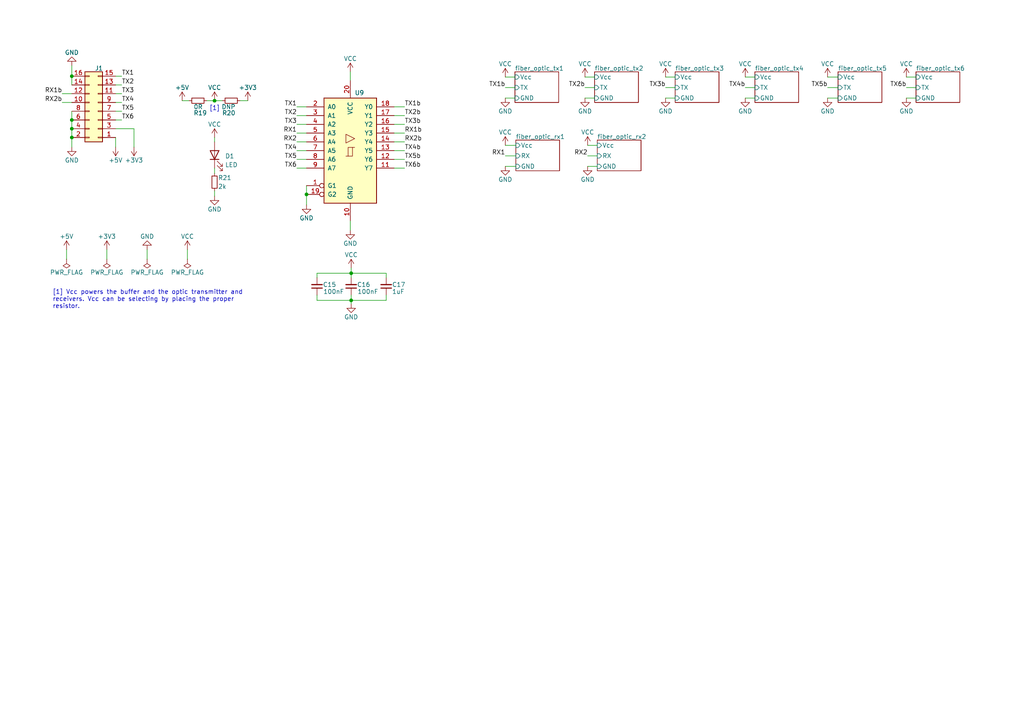
<source format=kicad_sch>
(kicad_sch (version 20211123) (generator eeschema)
  (paper "A4")
  (lib_symbols
    (symbol "74xx:74HCT541" (pin_names (offset 1.016))
      (property "Reference" "U" (at -7.62 16.51 0))
      (property "Value" "74HCT541" (at -7.62 -16.51 0))
      (symbol "74HCT541_1_0"
        (polyline (pts (xy -0.635 -1.6002) (xy -0.635 0.9398) (xy 0.635 0.9398)))
        (polyline (pts (xy -1.27 -1.6002) (xy 0.635 -1.6002) (xy 0.635 0.9398) (xy 1.27 0.9398)))
        (polyline (pts (xy 1.27 3.4798) (xy -1.27 4.7498) (xy -1.27 2.2098) (xy 1.27 3.4798)) (stroke (width 0.1524)))
        (pin input inverted (at -12.7 -10.16 0) (length 5.08) (name "G1") (number "1"))
        (pin power_in line (at 0 -20.32 90) (length 5.08) (name "GND") (number "10"))
        (pin tri_state line (at 12.7 -5.08 180) (length 5.08) (name "Y7") (number "11"))
        (pin tri_state line (at 12.7 -2.54 180) (length 5.08) (name "Y6") (number "12"))
        (pin tri_state line (at 12.7 0 180) (length 5.08) (name "Y5") (number "13"))
        (pin tri_state line (at 12.7 2.54 180) (length 5.08) (name "Y4") (number "14"))
        (pin tri_state line (at 12.7 5.08 180) (length 5.08) (name "Y3") (number "15"))
        (pin tri_state line (at 12.7 7.62 180) (length 5.08) (name "Y2") (number "16"))
        (pin tri_state line (at 12.7 10.16 180) (length 5.08) (name "Y1") (number "17"))
        (pin tri_state line (at 12.7 12.7 180) (length 5.08) (name "Y0") (number "18"))
        (pin input inverted (at -12.7 -12.7 0) (length 5.08) (name "G2") (number "19"))
        (pin input line (at -12.7 12.7 0) (length 5.08) (name "A0") (number "2"))
        (pin power_in line (at 0 20.32 270) (length 5.08) (name "VCC") (number "20"))
        (pin input line (at -12.7 10.16 0) (length 5.08) (name "A1") (number "3"))
        (pin input line (at -12.7 7.62 0) (length 5.08) (name "A2") (number "4"))
        (pin input line (at -12.7 5.08 0) (length 5.08) (name "A3") (number "5"))
        (pin input line (at -12.7 2.54 0) (length 5.08) (name "A4") (number "6"))
        (pin input line (at -12.7 0 0) (length 5.08) (name "A5") (number "7"))
        (pin input line (at -12.7 -2.54 0) (length 5.08) (name "A6") (number "8"))
        (pin input line (at -12.7 -5.08 0) (length 5.08) (name "A7") (number "9"))
      )
      (symbol "74HCT541_1_1"
        (rectangle (start -7.62 15.24) (end 7.62 -15.24) (stroke (width 0.254)) (fill (type background)))
      )
    )
    (symbol "Connector_Generic:Conn_02x08_Odd_Even" (pin_names (offset 1.016) hide)
      (property "Reference" "J" (at 1.27 10.16 0))
      (property "Value" "Conn_02x08_Odd_Even" (at 1.27 -12.7 0))
      (symbol "Conn_02x08_Odd_Even_1_1"
        (rectangle (start -1.27 -10.033) (end 0 -10.287) (stroke (width 0.1524)))
        (rectangle (start -1.27 -7.493) (end 0 -7.747) (stroke (width 0.1524)))
        (rectangle (start -1.27 -4.953) (end 0 -5.207) (stroke (width 0.1524)))
        (rectangle (start -1.27 -2.413) (end 0 -2.667) (stroke (width 0.1524)))
        (rectangle (start -1.27 0.127) (end 0 -0.127) (stroke (width 0.1524)))
        (rectangle (start -1.27 2.667) (end 0 2.413) (stroke (width 0.1524)))
        (rectangle (start -1.27 5.207) (end 0 4.953) (stroke (width 0.1524)))
        (rectangle (start -1.27 7.747) (end 0 7.493) (stroke (width 0.1524)))
        (rectangle (start -1.27 8.89) (end 3.81 -11.43) (stroke (width 0.254)) (fill (type background)))
        (rectangle (start 3.81 -10.033) (end 2.54 -10.287) (stroke (width 0.1524)))
        (rectangle (start 3.81 -7.493) (end 2.54 -7.747) (stroke (width 0.1524)))
        (rectangle (start 3.81 -4.953) (end 2.54 -5.207) (stroke (width 0.1524)))
        (rectangle (start 3.81 -2.413) (end 2.54 -2.667) (stroke (width 0.1524)))
        (rectangle (start 3.81 0.127) (end 2.54 -0.127) (stroke (width 0.1524)))
        (rectangle (start 3.81 2.667) (end 2.54 2.413) (stroke (width 0.1524)))
        (rectangle (start 3.81 5.207) (end 2.54 4.953) (stroke (width 0.1524)))
        (rectangle (start 3.81 7.747) (end 2.54 7.493) (stroke (width 0.1524)))
        (pin passive line (at -5.08 7.62 0) (length 3.81) (name "Pin_1") (number "1"))
        (pin passive line (at 7.62 -2.54 180) (length 3.81) (name "Pin_10") (number "10"))
        (pin passive line (at -5.08 -5.08 0) (length 3.81) (name "Pin_11") (number "11"))
        (pin passive line (at 7.62 -5.08 180) (length 3.81) (name "Pin_12") (number "12"))
        (pin passive line (at -5.08 -7.62 0) (length 3.81) (name "Pin_13") (number "13"))
        (pin passive line (at 7.62 -7.62 180) (length 3.81) (name "Pin_14") (number "14"))
        (pin passive line (at -5.08 -10.16 0) (length 3.81) (name "Pin_15") (number "15"))
        (pin passive line (at 7.62 -10.16 180) (length 3.81) (name "Pin_16") (number "16"))
        (pin passive line (at 7.62 7.62 180) (length 3.81) (name "Pin_2") (number "2"))
        (pin passive line (at -5.08 5.08 0) (length 3.81) (name "Pin_3") (number "3"))
        (pin passive line (at 7.62 5.08 180) (length 3.81) (name "Pin_4") (number "4"))
        (pin passive line (at -5.08 2.54 0) (length 3.81) (name "Pin_5") (number "5"))
        (pin passive line (at 7.62 2.54 180) (length 3.81) (name "Pin_6") (number "6"))
        (pin passive line (at -5.08 0 0) (length 3.81) (name "Pin_7") (number "7"))
        (pin passive line (at 7.62 0 180) (length 3.81) (name "Pin_8") (number "8"))
        (pin passive line (at -5.08 -2.54 0) (length 3.81) (name "Pin_9") (number "9"))
      )
    )
    (symbol "Device:C_Small" (pin_numbers hide) (pin_names (offset 0.254) hide)
      (property "Reference" "C" (at 0.254 1.778 0))
      (property "Value" "C_Small" (at 0.254 -2.032 0))
      (symbol "C_Small_0_1"
        (polyline (pts (xy -1.524 -0.508) (xy 1.524 -0.508)) (stroke (width 0.3302)))
        (polyline (pts (xy -1.524 0.508) (xy 1.524 0.508)) (stroke (width 0.3048)))
      )
      (symbol "C_Small_1_1"
        (pin passive line (at 0 2.54 270) (length 2.032) (name "~") (number "1"))
        (pin passive line (at 0 -2.54 90) (length 2.032) (name "~") (number "2"))
      )
    )
    (symbol "Device:LED" (pin_numbers hide) (pin_names (offset 1.016) hide)
      (property "Reference" "D" (at 0 2.54 0))
      (property "Value" "LED" (at 0 -2.54 0))
      (symbol "LED_0_1"
        (polyline (pts (xy -1.27 -1.27) (xy -1.27 1.27)) (stroke (width 0.254)))
        (polyline (pts (xy -1.27 0) (xy 1.27 0)))
        (polyline (pts (xy 1.27 -1.27) (xy 1.27 1.27) (xy -1.27 0) (xy 1.27 -1.27)) (stroke (width 0.254)))
        (polyline (pts (xy -3.048 -0.762) (xy -4.572 -2.286) (xy -3.81 -2.286) (xy -4.572 -2.286) (xy -4.572 -1.524)))
        (polyline (pts (xy -1.778 -0.762) (xy -3.302 -2.286) (xy -2.54 -2.286) (xy -3.302 -2.286) (xy -3.302 -1.524)))
      )
      (symbol "LED_1_1"
        (pin passive line (at -3.81 0 0) (length 2.54) (name "K") (number "1"))
        (pin passive line (at 3.81 0 180) (length 2.54) (name "A") (number "2"))
      )
    )
    (symbol "Device:R_Small" (pin_numbers hide) (pin_names (offset 0.254) hide)
      (property "Reference" "R" (at 0.762 0.508 0))
      (property "Value" "R_Small" (at 0.762 -1.016 0))
      (symbol "R_Small_0_1"
        (rectangle (start -0.762 1.778) (end 0.762 -1.778) (stroke (width 0.2032)))
      )
      (symbol "R_Small_1_1"
        (pin passive line (at 0 2.54 270) (length 0.762) (name "~") (number "1"))
        (pin passive line (at 0 -2.54 90) (length 0.762) (name "~") (number "2"))
      )
    )
    (symbol "power:+3V3" (power) (pin_names (offset 0))
      (property "Value" "+3V3" (at 0 3.556 0))
      (symbol "+3V3_0_1"
        (polyline (pts (xy -0.762 1.27) (xy 0 2.54)))
        (polyline (pts (xy 0 0) (xy 0 2.54)))
        (polyline (pts (xy 0 2.54) (xy 0.762 1.27)))
      )
      (symbol "+3V3_1_1"
        (pin power_in line (at 0 0 90) (length 0) hide (name "+3V3") (number "1"))
      )
    )
    (symbol "power:+5V" (power) (pin_names (offset 0))
      (property "Value" "+5V" (at 0 3.556 0))
      (symbol "+5V_0_1"
        (polyline (pts (xy -0.762 1.27) (xy 0 2.54)))
        (polyline (pts (xy 0 0) (xy 0 2.54)))
        (polyline (pts (xy 0 2.54) (xy 0.762 1.27)))
      )
      (symbol "+5V_1_1"
        (pin power_in line (at 0 0 90) (length 0) hide (name "+5V") (number "1"))
      )
    )
    (symbol "power:GND" (power) (pin_names (offset 0))
      (property "Value" "GND" (at 0 -3.81 0))
      (symbol "GND_0_1"
        (polyline (pts (xy 0 0) (xy 0 -1.27) (xy 1.27 -1.27) (xy 0 -2.54) (xy -1.27 -1.27) (xy 0 -1.27)))
      )
      (symbol "GND_1_1"
        (pin power_in line (at 0 0 270) (length 0) hide (name "GND") (number "1"))
      )
    )
    (symbol "power:PWR_FLAG" (power) (pin_numbers hide) (pin_names (offset 0) hide)
      (property "Value" "PWR_FLAG" (at 0 3.81 0))
      (symbol "PWR_FLAG_0_0"
        (pin power_out line (at 0 0 90) (length 0) (name "pwr") (number "1"))
      )
      (symbol "PWR_FLAG_0_1"
        (polyline (pts (xy 0 0) (xy 0 1.27) (xy -1.016 1.905) (xy 0 2.54) (xy 1.016 1.905) (xy 0 1.27)))
      )
    )
    (symbol "power:VCC" (power) (pin_names (offset 0))
      (property "Value" "VCC" (at 0 3.81 0))
      (symbol "VCC_0_1"
        (polyline (pts (xy -0.762 1.27) (xy 0 2.54)))
        (polyline (pts (xy 0 0) (xy 0 2.54)))
        (polyline (pts (xy 0 2.54) (xy 0.762 1.27)))
      )
      (symbol "VCC_1_1"
        (pin power_in line (at 0 0 90) (length 0) hide (name "VCC") (number "1"))
      )
    )
  )
  (junction (at 20.828 34.798))
  (junction (at 20.828 37.338))
  (junction (at 101.854 87.122))
  (junction (at 62.23 29.21))
  (junction (at 20.828 39.878))
  (junction (at 20.828 22.098))
  (junction (at 88.9 56.388))
  (junction (at 101.854 79.248))
  (wire (pts (xy 86.106 38.608) (xy 88.9 38.608)))
  (wire (pts (xy 146.558 25.4) (xy 149.352 25.4)))
  (wire (pts (xy 240.03 28.448) (xy 243.078 28.448)))
  (wire (pts (xy 20.828 34.798) (xy 20.828 37.338)))
  (wire (pts (xy 33.528 34.798) (xy 35.306 34.798)))
  (wire (pts (xy 18.034 27.178) (xy 20.828 27.178)))
  (wire (pts (xy 86.106 33.528) (xy 88.9 33.528)))
  (wire (pts (xy 33.528 27.178) (xy 35.306 27.178)))
  (wire (pts (xy 146.558 45.212) (xy 149.606 45.212)))
  (wire (pts (xy 114.3 48.768) (xy 117.348 48.768)))
  (wire (pts (xy 20.828 22.098) (xy 20.828 24.638)))
  (wire (pts (xy 91.948 80.518) (xy 91.948 79.248)))
  (wire (pts (xy 216.154 28.448) (xy 218.948 28.448)))
  (wire (pts (xy 33.528 37.338) (xy 38.862 37.338)))
  (wire (pts (xy 101.854 79.248) (xy 101.854 80.518)))
  (wire (pts (xy 169.672 22.352) (xy 172.466 22.352)))
  (wire (pts (xy 101.854 77.724) (xy 101.854 79.248)))
  (wire (pts (xy 262.89 22.352) (xy 265.684 22.352)))
  (wire (pts (xy 193.04 22.352) (xy 195.834 22.352)))
  (wire (pts (xy 216.154 22.352) (xy 218.948 22.352)))
  (wire (pts (xy 38.862 37.338) (xy 38.862 42.672)))
  (wire (pts (xy 101.6 20.828) (xy 101.6 23.368)))
  (wire (pts (xy 169.672 25.4) (xy 172.466 25.4)))
  (wire (pts (xy 101.854 85.598) (xy 101.854 87.122)))
  (wire (pts (xy 262.89 25.4) (xy 265.684 25.4)))
  (wire (pts (xy 20.828 19.05) (xy 20.828 22.098)))
  (wire (pts (xy 101.854 87.122) (xy 112.014 87.122)))
  (wire (pts (xy 262.89 28.448) (xy 265.684 28.448)))
  (wire (pts (xy 114.3 46.228) (xy 117.348 46.228)))
  (wire (pts (xy 19.304 72.39) (xy 19.304 75.184)))
  (wire (pts (xy 33.528 22.098) (xy 35.306 22.098)))
  (wire (pts (xy 86.106 30.988) (xy 88.9 30.988)))
  (wire (pts (xy 91.948 85.598) (xy 91.948 87.122)))
  (wire (pts (xy 112.014 79.248) (xy 112.014 80.518)))
  (wire (pts (xy 240.03 22.352) (xy 243.078 22.352)))
  (wire (pts (xy 91.948 87.122) (xy 101.854 87.122)))
  (wire (pts (xy 169.672 28.448) (xy 172.466 28.448)))
  (wire (pts (xy 114.3 33.528) (xy 117.348 33.528)))
  (wire (pts (xy 146.558 28.448) (xy 149.352 28.448)))
  (wire (pts (xy 42.672 72.39) (xy 42.672 75.184)))
  (wire (pts (xy 62.23 48.768) (xy 62.23 50.292)))
  (wire (pts (xy 88.9 56.388) (xy 88.9 59.436)))
  (wire (pts (xy 146.558 48.26) (xy 149.606 48.26)))
  (wire (pts (xy 30.988 72.39) (xy 30.988 75.184)))
  (wire (pts (xy 86.106 48.768) (xy 88.9 48.768)))
  (wire (pts (xy 20.828 39.878) (xy 20.828 42.672)))
  (wire (pts (xy 101.6 64.008) (xy 101.6 66.802)))
  (wire (pts (xy 62.23 39.878) (xy 62.23 41.148)))
  (wire (pts (xy 54.356 72.39) (xy 54.356 75.184)))
  (wire (pts (xy 193.04 25.4) (xy 195.834 25.4)))
  (wire (pts (xy 91.948 79.248) (xy 101.854 79.248)))
  (wire (pts (xy 216.154 25.4) (xy 218.948 25.4)))
  (wire (pts (xy 101.854 87.122) (xy 101.854 88.138)))
  (wire (pts (xy 170.434 48.26) (xy 173.228 48.26)))
  (wire (pts (xy 20.828 32.258) (xy 20.828 34.798)))
  (wire (pts (xy 20.828 37.338) (xy 20.828 39.878)))
  (wire (pts (xy 86.106 46.228) (xy 88.9 46.228)))
  (wire (pts (xy 240.03 25.4) (xy 243.078 25.4)))
  (wire (pts (xy 18.034 29.718) (xy 20.828 29.718)))
  (wire (pts (xy 146.558 42.164) (xy 149.606 42.164)))
  (wire (pts (xy 114.3 30.988) (xy 117.348 30.988)))
  (wire (pts (xy 114.3 41.148) (xy 117.348 41.148)))
  (wire (pts (xy 193.04 28.448) (xy 195.834 28.448)))
  (wire (pts (xy 52.832 29.21) (xy 54.864 29.21)))
  (wire (pts (xy 146.558 22.352) (xy 149.352 22.352)))
  (wire (pts (xy 170.434 42.164) (xy 173.228 42.164)))
  (wire (pts (xy 114.3 36.068) (xy 117.348 36.068)))
  (wire (pts (xy 101.854 79.248) (xy 112.014 79.248)))
  (wire (pts (xy 59.944 29.21) (xy 62.23 29.21)))
  (wire (pts (xy 86.106 43.688) (xy 88.9 43.688)))
  (wire (pts (xy 33.528 29.718) (xy 35.306 29.718)))
  (wire (pts (xy 62.23 55.372) (xy 62.23 56.896)))
  (wire (pts (xy 33.528 39.878) (xy 33.528 42.672)))
  (wire (pts (xy 112.014 85.598) (xy 112.014 87.122)))
  (wire (pts (xy 33.528 24.638) (xy 35.306 24.638)))
  (wire (pts (xy 88.9 53.848) (xy 88.9 56.388)))
  (wire (pts (xy 69.596 29.21) (xy 71.882 29.21)))
  (wire (pts (xy 33.528 32.258) (xy 35.306 32.258)))
  (wire (pts (xy 86.106 36.068) (xy 88.9 36.068)))
  (wire (pts (xy 114.3 43.688) (xy 117.348 43.688)))
  (wire (pts (xy 170.434 45.212) (xy 173.228 45.212)))
  (wire (pts (xy 86.106 41.148) (xy 88.9 41.148)))
  (wire (pts (xy 62.23 29.21) (xy 64.516 29.21)))
  (wire (pts (xy 114.3 38.608) (xy 117.348 38.608)))
  (text "[1]" (at 60.706 32.258 0) (effects (font (size 1.27 1.27)) (justify left bottom)))
  (text "[1] Vcc powers the buffer and the optic transmitter and \nreceivers. Vcc can be selecting by placing the proper \nresistor." (at 15.24 89.662 0) (effects (font (size 1.27 1.27)) (justify left bottom)))
  (label "TX1b" (at 146.558 25.4 180))
  (label "TX6b" (at 117.348 48.768 0))
  (label "RX1" (at 86.106 38.608 180))
  (label "TX4" (at 86.106 43.688 180))
  (label "TX2" (at 86.106 33.528 180))
  (label "TX4b" (at 216.154 25.4 180))
  (label "TX3b" (at 193.04 25.4 180))
  (label "RX1b" (at 117.348 38.608 0))
  (label "RX1b" (at 18.034 27.178 180))
  (label "RX2" (at 170.434 45.212 180))
  (label "TX1" (at 86.106 30.988 180))
  (label "RX2b" (at 117.348 41.148 0))
  (label "TX6" (at 35.306 34.798 0))
  (label "TX4" (at 35.306 29.718 0))
  (label "TX2b" (at 169.672 25.4 180))
  (label "RX2b" (at 18.034 29.718 180))
  (label "TX5" (at 35.306 32.258 0))
  (label "RX2" (at 86.106 41.148 180))
  (label "TX4b" (at 117.348 43.688 0))
  (label "TX2" (at 35.306 24.638 0))
  (label "TX1" (at 35.306 22.098 0))
  (label "TX5b" (at 117.348 46.228 0))
  (label "TX3b" (at 117.348 36.068 0))
  (label "TX1b" (at 117.348 30.988 0))
  (label "TX5b" (at 240.03 25.4 180))
  (label "TX5" (at 86.106 46.228 180))
  (label "TX3" (at 35.306 27.178 0))
  (label "TX6" (at 86.106 48.768 180))
  (label "TX2b" (at 117.348 33.528 0))
  (label "TX6b" (at 262.89 25.4 180))
  (label "TX3" (at 86.106 36.068 180))
  (label "RX1" (at 146.558 45.212 180))
  (symbol (lib_id "power:PWR_FLAG") (at 30.988 75.184 180) (unit 1)
    (property "Reference" "#FLG02" (effects hide))
    (property "Value" "PWR_FLAG" (at 30.988 78.994 0))
  )
  (symbol (lib_id "power:VCC") (at 240.03 22.352 0) (unit 1)
    (property "Reference" "#PWR06" (effects hide))
    (property "Value" "VCC" (at 240.03 18.542 0))
  )
  (symbol (lib_id "power:GND") (at 170.434 48.26 0) (unit 1)
    (property "Reference" "#PWR024" (effects hide))
    (property "Value" "GND" (at 170.434 52.07 0))
  )
  (symbol (lib_id "power:+5V") (at 19.304 72.39 0) (unit 1)
    (property "Reference" "#PWR017" (effects hide))
    (property "Value" "+5V" (at 19.304 68.58 0))
  )
  (symbol (lib_id "power:VCC") (at 169.672 22.352 0) (unit 1)
    (property "Reference" "#PWR03" (effects hide))
    (property "Value" "VCC" (at 169.672 18.542 0))
  )
  (symbol (lib_id "power:PWR_FLAG") (at 54.356 75.184 180) (unit 1)
    (property "Reference" "#FLG04" (effects hide))
    (property "Value" "PWR_FLAG" (at 54.356 78.994 0))
  )
  (symbol (lib_id "power:GND") (at 42.672 72.39 180) (unit 1)
    (property "Reference" "#PWR019" (effects hide))
    (property "Value" "GND" (at 42.672 68.58 0))
  )
  (symbol (lib_id "power:GND") (at 20.828 42.672 0) (unit 1)
    (property "Reference" "#PWR014" (effects hide))
    (property "Value" "GND" (at 20.828 46.482 0))
  )
  (symbol (lib_id "power:+3V3") (at 71.882 29.21 0) (unit 1)
    (property "Reference" "#PWR032" (effects hide))
    (property "Value" "+3V3" (at 71.882 25.4 0))
  )
  (symbol (lib_id "power:GND") (at 88.9 59.436 0) (unit 1)
    (property "Reference" "#PWR026" (effects hide))
    (property "Value" "GND" (at 88.9 63.246 0))
  )
  (symbol (lib_id "power:VCC") (at 62.23 39.878 0) (unit 1)
    (property "Reference" "#PWR033" (effects hide))
    (property "Value" "VCC" (at 62.23 36.068 0))
  )
  (symbol (lib_id "power:VCC") (at 101.6 20.828 0) (unit 1)
    (property "Reference" "#PWR025" (effects hide))
    (property "Value" "VCC" (at 101.6 17.018 0))
  )
  (symbol (lib_id "power:GND") (at 20.828 19.05 180) (unit 1)
    (property "Reference" "#PWR01" (effects hide))
    (property "Value" "GND" (at 20.828 15.24 0))
  )
  (symbol (lib_id "power:VCC") (at 146.558 22.352 0) (unit 1)
    (property "Reference" "#PWR02" (effects hide))
    (property "Value" "VCC" (at 146.558 18.542 0))
  )
  (symbol (lib_id "power:+3V3") (at 30.988 72.39 0) (unit 1)
    (property "Reference" "#PWR018" (effects hide))
    (property "Value" "+3V3" (at 30.988 68.58 0))
  )
  (symbol (lib_id "Device:R_Small") (at 67.056 29.21 90) (unit 1)
    (property "Reference" "R20" (at 68.326 32.766 90) (effects (justify left)))
    (property "Value" "DNP" (at 68.326 30.988 90) (effects (justify left)))
    (property "Footprint" "Resistor_SMD:R_0805_2012Metric" (effects hide))
  )
  (symbol (lib_id "power:VCC") (at 62.23 29.21 0) (unit 1)
    (property "Reference" "#PWR031" (effects hide))
    (property "Value" "VCC" (at 62.23 25.4 0))
  )
  (symbol (lib_id "power:GND") (at 62.23 56.896 0) (unit 1)
    (property "Reference" "#PWR034" (effects hide))
    (property "Value" "GND" (at 62.23 60.706 0))
  )
  (symbol (lib_id "power:VCC") (at 262.89 22.352 0) (unit 1)
    (property "Reference" "#PWR07" (effects hide))
    (property "Value" "VCC" (at 262.89 18.542 0))
  )
  (symbol (lib_id "power:GND") (at 146.558 48.26 0) (unit 1)
    (property "Reference" "#PWR023" (effects hide))
    (property "Value" "GND" (at 146.558 52.07 0))
  )
  (symbol (lib_id "power:GND") (at 262.89 28.448 0) (unit 1)
    (property "Reference" "#PWR013" (effects hide))
    (property "Value" "GND" (at 262.89 32.258 0))
  )
  (symbol (lib_id "Device:C_Small") (at 112.014 83.058 0) (mirror x) (unit 1)
    (property "Reference" "C17" (at 117.602 82.55 0) (effects (justify right)))
    (property "Value" "1uF" (at 117.348 84.582 0) (effects (justify right)))
    (property "Footprint" "Capacitor_SMD:C_0805_2012Metric_Pad1.18x1.45mm_HandSolder" (effects hide))
  )
  (symbol (lib_id "power:+5V") (at 52.832 29.21 0) (unit 1)
    (property "Reference" "#PWR030" (effects hide))
    (property "Value" "+5V" (at 52.832 25.4 0))
  )
  (symbol (lib_id "power:VCC") (at 193.04 22.352 0) (unit 1)
    (property "Reference" "#PWR04" (effects hide))
    (property "Value" "VCC" (at 193.04 18.542 0))
  )
  (symbol (lib_id "power:GND") (at 216.154 28.448 0) (unit 1)
    (property "Reference" "#PWR011" (effects hide))
    (property "Value" "GND" (at 216.154 32.258 0))
  )
  (symbol (lib_id "74xx:74HCT541") (at 101.6 43.688 0) (unit 1)
    (property "Reference" "U9" (at 102.87 26.924 0) (effects (justify left)))
    (property "Value" "74HCT541" (effects hide))
    (property "Footprint" "Package_SO:TSSOP-20_4.4x6.5mm_P0.65mm" (effects hide))
    (property "Datasheet" "http://www.ti.com/lit/gpn/sn74HCT541" (effects hide))
  )
  (symbol (lib_id "power:VCC") (at 216.154 22.352 0) (unit 1)
    (property "Reference" "#PWR05" (effects hide))
    (property "Value" "VCC" (at 216.154 18.542 0))
  )
  (symbol (lib_id "Device:C_Small") (at 91.948 83.058 0) (mirror x) (unit 1)
    (property "Reference" "C15" (at 97.536 82.55 0) (effects (justify right)))
    (property "Value" "100nF" (at 99.822 84.582 0) (effects (justify right)))
    (property "Footprint" "Capacitor_SMD:C_0805_2012Metric_Pad1.18x1.45mm_HandSolder" (effects hide))
  )
  (symbol (lib_id "power:GND") (at 240.03 28.448 0) (unit 1)
    (property "Reference" "#PWR012" (effects hide))
    (property "Value" "GND" (at 240.03 32.258 0))
  )
  (symbol (lib_id "power:+5V") (at 33.528 42.672 180) (unit 1)
    (property "Reference" "#PWR015" (effects hide))
    (property "Value" "+5V" (at 33.528 46.482 0))
  )
  (symbol (lib_id "power:PWR_FLAG") (at 19.304 75.184 180) (unit 1)
    (property "Reference" "#FLG01" (effects hide))
    (property "Value" "PWR_FLAG" (at 19.304 78.994 0))
  )
  (symbol (lib_id "power:VCC") (at 170.434 42.164 0) (unit 1)
    (property "Reference" "#PWR022" (effects hide))
    (property "Value" "VCC" (at 170.434 38.354 0))
  )
  (symbol (lib_id "power:GND") (at 193.04 28.448 0) (unit 1)
    (property "Reference" "#PWR010" (effects hide))
    (property "Value" "GND" (at 193.04 32.258 0))
  )
  (symbol (lib_id "power:GND") (at 101.6 66.802 0) (unit 1)
    (property "Reference" "#PWR027" (effects hide))
    (property "Value" "GND" (at 101.6 70.612 0))
  )
  (symbol (lib_id "power:GND") (at 101.854 88.138 0) (unit 1)
    (property "Reference" "#PWR029" (effects hide))
    (property "Value" "GND" (at 101.854 91.948 0))
  )
  (symbol (lib_id "Device:R_Small") (at 62.23 52.832 0) (unit 1)
    (property "Reference" "R21" (at 63.246 51.562 0) (effects (justify left)))
    (property "Value" "2k" (at 63.246 54.102 0) (effects (justify left)))
    (property "Footprint" "Resistor_SMD:R_0805_2012Metric" (effects hide))
  )
  (symbol (lib_id "Connector_Generic:Conn_02x08_Odd_Even") (at 28.448 32.258 180) (unit 1)
    (property "Reference" "J1" (at 28.702 19.812 0))
    (property "Value" "Conn_02x08_Odd_Even" (effects hide))
    (property "Footprint" "Connector_PinHeader_2.54mm:PinHeader_2x08_P2.54mm_Horizontal" (effects hide))
  )
  (symbol (lib_id "Device:R_Small") (at 57.404 29.21 270) (mirror x) (unit 1)
    (property "Reference" "R19" (at 56.134 32.766 90) (effects (justify left)))
    (property "Value" "0R" (at 56.134 30.988 90) (effects (justify left)))
    (property "Footprint" "Resistor_SMD:R_0805_2012Metric" (effects hide))
  )
  (symbol (lib_id "power:VCC") (at 146.558 42.164 0) (unit 1)
    (property "Reference" "#PWR021" (effects hide))
    (property "Value" "VCC" (at 146.558 38.354 0))
  )
  (symbol (lib_id "power:PWR_FLAG") (at 42.672 75.184 180) (unit 1)
    (property "Reference" "#FLG03" (effects hide))
    (property "Value" "PWR_FLAG" (at 42.672 78.994 0))
  )
  (symbol (lib_id "power:VCC") (at 54.356 72.39 0) (unit 1)
    (property "Reference" "#PWR020" (effects hide))
    (property "Value" "VCC" (at 54.356 68.58 0))
  )
  (symbol (lib_id "Device:C_Small") (at 101.854 83.058 0) (mirror x) (unit 1)
    (property "Reference" "C16" (at 107.442 82.55 0) (effects (justify right)))
    (property "Value" "100nF" (at 109.728 84.582 0) (effects (justify right)))
    (property "Footprint" "Capacitor_SMD:C_0805_2012Metric_Pad1.18x1.45mm_HandSolder" (effects hide))
  )
  (symbol (lib_id "Device:LED") (at 62.23 44.958 90) (unit 1)
    (property "Reference" "D1" (at 65.278 45.2754 90) (effects (justify right)))
    (property "Value" "LED" (at 65.278 47.8154 90) (effects (justify right)))
    (property "Footprint" "LED_SMD:LED_0805_2012Metric_Pad1.15x1.40mm_HandSolder" (effects hide))
  )
  (symbol (lib_id "power:GND") (at 146.558 28.448 0) (unit 1)
    (property "Reference" "#PWR08" (effects hide))
    (property "Value" "GND" (at 146.558 32.258 0))
  )
  (symbol (lib_id "power:GND") (at 169.672 28.448 0) (unit 1)
    (property "Reference" "#PWR09" (effects hide))
    (property "Value" "GND" (at 169.672 32.258 0))
  )
  (symbol (lib_id "power:+3V3") (at 38.862 42.672 180) (unit 1)
    (property "Reference" "#PWR016" (effects hide))
    (property "Value" "+3V3" (at 38.862 46.482 0))
  )
  (symbol (lib_id "power:VCC") (at 101.854 77.724 0) (unit 1)
    (property "Reference" "#PWR028" (effects hide))
    (property "Value" "VCC" (at 101.854 73.914 0))
  )
  (sheet (at 218.948 20.828) (size 12.7 8.89) (stroke (width 0.1524))
    (property "Sheet name" "fiber_optic_tx4" (at 218.948 20.574 0) (effects (justify left bottom)))
    (property "Sheet file" "fiber_optic_tx.kicad_sch" (effects hide))
    (pin "GND" input (at 218.948 28.448 180))
    (pin "Vcc" input (at 218.948 22.352 180))
    (pin "TX" input (at 218.948 25.4 180))
  )
  (sheet (at 243.078 20.828) (size 12.7 8.89) (stroke (width 0.1524))
    (property "Sheet name" "fiber_optic_tx5" (at 243.078 20.574 0) (effects (justify left bottom)))
    (property "Sheet file" "fiber_optic_tx.kicad_sch" (effects hide))
    (pin "GND" input (at 243.078 28.448 180))
    (pin "Vcc" input (at 243.078 22.352 180))
    (pin "TX" input (at 243.078 25.4 180))
  )
  (sheet (at 172.466 20.828) (size 12.7 8.89) (stroke (width 0.1524))
    (property "Sheet name" "fiber_optic_tx2" (at 172.466 20.574 0) (effects (justify left bottom)))
    (property "Sheet file" "fiber_optic_tx.kicad_sch" (effects hide))
    (pin "GND" input (at 172.466 28.448 180))
    (pin "Vcc" input (at 172.466 22.352 180))
    (pin "TX" input (at 172.466 25.4 180))
  )
  (sheet (at 195.834 20.828) (size 12.7 8.89) (stroke (width 0.1524))
    (property "Sheet name" "fiber_optic_tx3" (at 195.834 20.574 0) (effects (justify left bottom)))
    (property "Sheet file" "fiber_optic_tx.kicad_sch" (effects hide))
    (pin "GND" input (at 195.834 28.448 180))
    (pin "Vcc" input (at 195.834 22.352 180))
    (pin "TX" input (at 195.834 25.4 180))
  )
  (sheet (at 149.352 20.828) (size 12.7 8.89) (stroke (width 0.1524))
    (property "Sheet name" "fiber_optic_tx1" (at 149.352 20.574 0) (effects (justify left bottom)))
    (property "Sheet file" "fiber_optic_tx.kicad_sch" (effects hide))
    (pin "GND" input (at 149.352 28.448 180))
    (pin "Vcc" input (at 149.352 22.352 180))
    (pin "TX" input (at 149.352 25.4 180))
  )
  (sheet (at 149.606 40.64) (size 12.7 8.89) (stroke (width 0.1524))
    (property "Sheet name" "fiber_optic_rx1" (at 149.606 40.386 0) (effects (justify left bottom)))
    (property "Sheet file" "fiber_optic_rx.kicad_sch" (effects hide))
    (pin "Vcc" input (at 149.606 42.164 180))
    (pin "RX" input (at 149.606 45.212 180))
    (pin "GND" input (at 149.606 48.26 180))
  )
  (sheet (at 173.228 40.64) (size 12.7 8.89) (stroke (width 0.1524))
    (property "Sheet name" "fiber_optic_rx2" (at 173.228 40.386 0) (effects (justify left bottom)))
    (property "Sheet file" "fiber_optic_rx.kicad_sch" (effects hide))
    (pin "Vcc" input (at 173.228 42.164 180))
    (pin "RX" input (at 173.228 45.212 180))
    (pin "GND" input (at 173.228 48.26 180))
  )
  (sheet (at 265.684 20.828) (size 12.7 8.89) (stroke (width 0.1524))
    (property "Sheet name" "fiber_optic_tx6" (at 265.684 20.574 0) (effects (justify left bottom)))
    (property "Sheet file" "fiber_optic_tx.kicad_sch" (effects hide))
    (pin "GND" input (at 265.684 28.448 180))
    (pin "Vcc" input (at 265.684 22.352 180))
    (pin "TX" input (at 265.684 25.4 180))
  )
)
</source>
